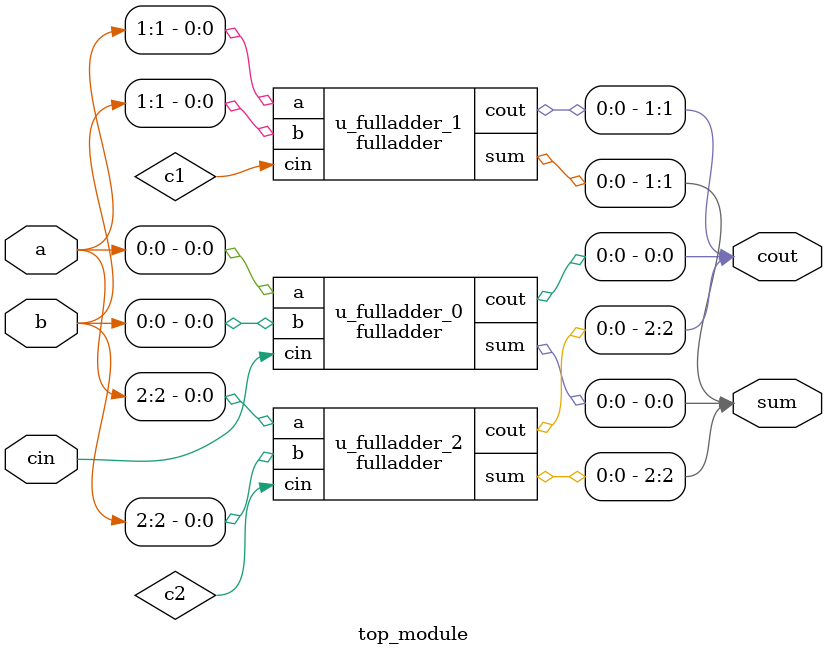
<source format=v>
module fulladder( 
    input a, b, cin,
    output cout, sum );
    assign sum=(a^b)^cin;
    assign cout=(a&b)|((a^b)&cin);
endmodule
module top_module( 
    input [2:0] a, b,
    input cin,
    output [2:0] cout,
    output [2:0] sum );
    fulladder u_fulladder_0(.a(a[0]),
                            .b(b[0]),
                            .cin(cin),
                            .sum(sum[0]),
                            .cout(cout[0]));
    fulladder u_fulladder_1(.a(a[1]),
                            .b(b[1]),
                            .cin(c1),
                            .sum(sum[1]),
                            .cout(cout[1]));
    fulladder u_fulladder_2(.a(a[2]),
                            .b(b[2]),
                            .cin(c2),
                            .sum(sum[2]),
                            .cout(cout[2]));
endmodule

</source>
